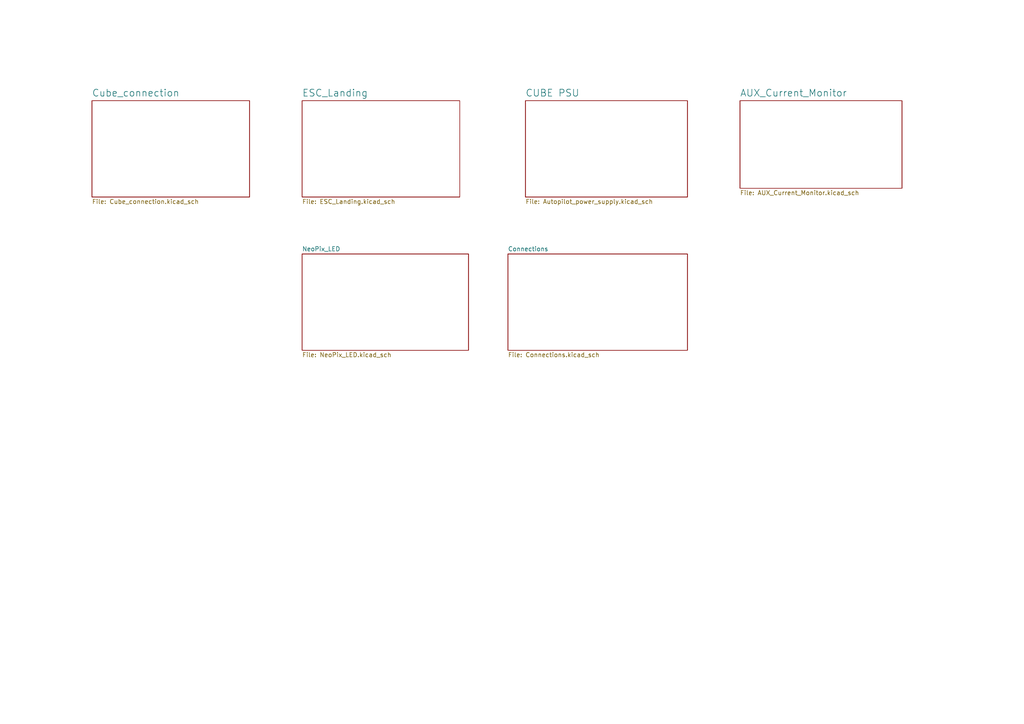
<source format=kicad_sch>
(kicad_sch
	(version 20231120)
	(generator "eeschema")
	(generator_version "8.0")
	(uuid "376aa119-3983-4da6-9cb5-4ff07e3aa81b")
	(paper "A4")
	(lib_symbols)
	(sheet
		(at 26.67 29.21)
		(size 45.72 27.94)
		(fields_autoplaced yes)
		(stroke
			(width 0)
			(type solid)
		)
		(fill
			(color 0 0 0 0.0000)
		)
		(uuid "00000000-0000-0000-0000-000060c17af9")
		(property "Sheetname" "Cube_connection"
			(at 26.67 28.1301 0)
			(effects
				(font
					(size 2.0066 2.0066)
				)
				(justify left bottom)
			)
		)
		(property "Sheetfile" "Cube_connection.kicad_sch"
			(at 26.67 57.7346 0)
			(effects
				(font
					(size 1.27 1.27)
				)
				(justify left top)
			)
		)
		(instances
			(project "SAM4_Mainboard"
				(path "/376aa119-3983-4da6-9cb5-4ff07e3aa81b"
					(page "2")
				)
			)
		)
	)
	(sheet
		(at 87.63 29.21)
		(size 45.72 27.94)
		(fields_autoplaced yes)
		(stroke
			(width 0)
			(type solid)
		)
		(fill
			(color 0 0 0 0.0000)
		)
		(uuid "00000000-0000-0000-0000-000060c1ee45")
		(property "Sheetname" "ESC_Landing"
			(at 87.63 28.1301 0)
			(effects
				(font
					(size 2.0066 2.0066)
				)
				(justify left bottom)
			)
		)
		(property "Sheetfile" "ESC_Landing.kicad_sch"
			(at 87.63 57.7346 0)
			(effects
				(font
					(size 1.27 1.27)
				)
				(justify left top)
			)
		)
		(instances
			(project "SAM4_Mainboard"
				(path "/376aa119-3983-4da6-9cb5-4ff07e3aa81b"
					(page "3")
				)
			)
		)
	)
	(sheet
		(at 152.4 29.21)
		(size 46.99 27.94)
		(fields_autoplaced yes)
		(stroke
			(width 0)
			(type solid)
		)
		(fill
			(color 0 0 0 0.0000)
		)
		(uuid "00000000-0000-0000-0000-000060c3b87d")
		(property "Sheetname" "CUBE PSU"
			(at 152.4 28.1301 0)
			(effects
				(font
					(size 2.0066 2.0066)
				)
				(justify left bottom)
			)
		)
		(property "Sheetfile" "Autopilot_power_supply.kicad_sch"
			(at 152.4 57.7346 0)
			(effects
				(font
					(size 1.27 1.27)
				)
				(justify left top)
			)
		)
		(instances
			(project "SAM4_Mainboard"
				(path "/376aa119-3983-4da6-9cb5-4ff07e3aa81b"
					(page "6")
				)
			)
		)
	)
	(sheet
		(at 214.63 29.21)
		(size 46.99 25.4)
		(fields_autoplaced yes)
		(stroke
			(width 0)
			(type solid)
		)
		(fill
			(color 0 0 0 0.0000)
		)
		(uuid "00000000-0000-0000-0000-000060ca3a97")
		(property "Sheetname" "AUX_Current_Monitor"
			(at 214.63 28.1301 0)
			(effects
				(font
					(size 2.0066 2.0066)
				)
				(justify left bottom)
			)
		)
		(property "Sheetfile" "AUX_Current_Monitor.kicad_sch"
			(at 214.63 55.1946 0)
			(effects
				(font
					(size 1.27 1.27)
				)
				(justify left top)
			)
		)
		(instances
			(project "SAM4_Mainboard"
				(path "/376aa119-3983-4da6-9cb5-4ff07e3aa81b"
					(page "7")
				)
			)
		)
	)
	(sheet
		(at 87.63 73.66)
		(size 48.26 27.94)
		(fields_autoplaced yes)
		(stroke
			(width 0)
			(type solid)
		)
		(fill
			(color 0 0 0 0.0000)
		)
		(uuid "00000000-0000-0000-0000-000061194cf4")
		(property "Sheetname" "NeoPix_LED"
			(at 87.63 72.9484 0)
			(effects
				(font
					(size 1.27 1.27)
				)
				(justify left bottom)
			)
		)
		(property "Sheetfile" "NeoPix_LED.kicad_sch"
			(at 87.63 102.1846 0)
			(effects
				(font
					(size 1.27 1.27)
				)
				(justify left top)
			)
		)
		(instances
			(project "SAM4_Mainboard"
				(path "/376aa119-3983-4da6-9cb5-4ff07e3aa81b"
					(page "4")
				)
			)
		)
	)
	(sheet
		(at 147.32 73.66)
		(size 52.07 27.94)
		(fields_autoplaced yes)
		(stroke
			(width 0)
			(type solid)
		)
		(fill
			(color 0 0 0 0.0000)
		)
		(uuid "00000000-0000-0000-0000-0000611d55f4")
		(property "Sheetname" "Connections"
			(at 147.32 72.9484 0)
			(effects
				(font
					(size 1.27 1.27)
				)
				(justify left bottom)
			)
		)
		(property "Sheetfile" "Connections.kicad_sch"
			(at 147.32 102.1846 0)
			(effects
				(font
					(size 1.27 1.27)
				)
				(justify left top)
			)
		)
		(instances
			(project "SAM4_Mainboard"
				(path "/376aa119-3983-4da6-9cb5-4ff07e3aa81b"
					(page "5")
				)
			)
		)
	)
	(sheet_instances
		(path "/"
			(page "1")
		)
	)
)
</source>
